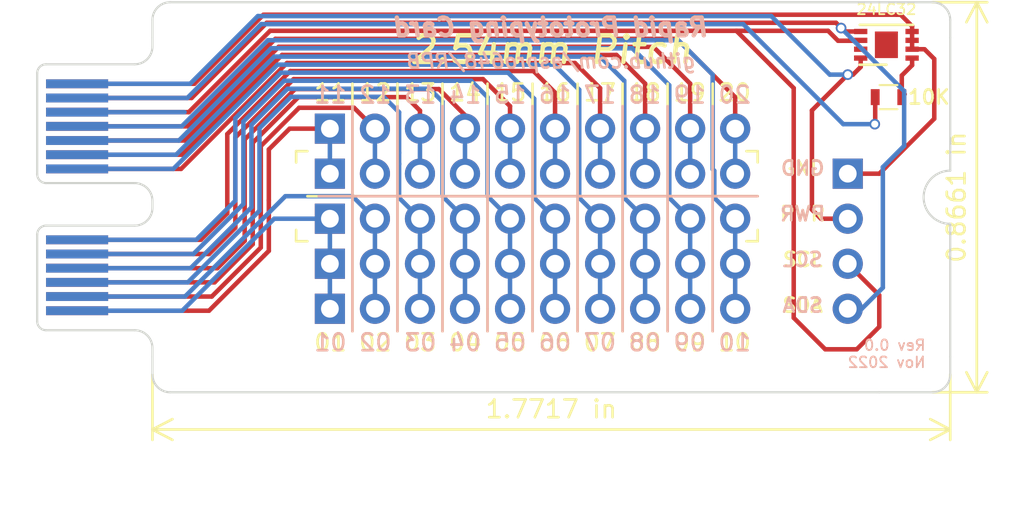
<source format=kicad_pcb>
(kicad_pcb (version 20171130) (host pcbnew "(5.1.10)-1")

  (general
    (thickness 1.6)
    (drawings 50)
    (tracks 239)
    (zones 0)
    (modules 9)
    (nets 27)
  )

  (page A)
  (title_block
    (title "Beetje 32U4 Blok")
    (date 2018-08-10)
    (rev 0.0)
    (company www.MakersBox.us)
    (comment 1 648.ken@gmail.com)
  )

  (layers
    (0 F.Cu signal)
    (31 B.Cu signal)
    (32 B.Adhes user)
    (33 F.Adhes user)
    (34 B.Paste user)
    (35 F.Paste user)
    (36 B.SilkS user)
    (37 F.SilkS user)
    (38 B.Mask user)
    (39 F.Mask user)
    (40 Dwgs.User user)
    (41 Cmts.User user)
    (42 Eco1.User user)
    (43 Eco2.User user)
    (44 Edge.Cuts user)
    (45 Margin user)
    (46 B.CrtYd user hide)
    (47 F.CrtYd user)
    (48 B.Fab user hide)
    (49 F.Fab user)
  )

  (setup
    (last_trace_width 0.254)
    (user_trace_width 0.3048)
    (user_trace_width 0.3556)
    (user_trace_width 0.4064)
    (user_trace_width 0.6096)
    (trace_clearance 0.2)
    (zone_clearance 0.35)
    (zone_45_only no)
    (trace_min 0.2)
    (via_size 0.6)
    (via_drill 0.4)
    (via_min_size 0.4)
    (via_min_drill 0.3)
    (uvia_size 0.3)
    (uvia_drill 0.1)
    (uvias_allowed no)
    (uvia_min_size 0.2)
    (uvia_min_drill 0.1)
    (edge_width 0.15)
    (segment_width 0.2)
    (pcb_text_width 0.3)
    (pcb_text_size 1.5 1.5)
    (mod_edge_width 0.15)
    (mod_text_size 1 1)
    (mod_text_width 0.15)
    (pad_size 0.5 3.500001)
    (pad_drill 0)
    (pad_to_mask_clearance 0)
    (aux_axis_origin 0 0)
    (visible_elements 7FFFFFFF)
    (pcbplotparams
      (layerselection 0x010f0_80000001)
      (usegerberextensions false)
      (usegerberattributes true)
      (usegerberadvancedattributes true)
      (creategerberjobfile true)
      (excludeedgelayer true)
      (linewidth 0.100000)
      (plotframeref false)
      (viasonmask false)
      (mode 1)
      (useauxorigin false)
      (hpglpennumber 1)
      (hpglpenspeed 20)
      (hpglpendiameter 15.000000)
      (psnegative false)
      (psa4output false)
      (plotreference true)
      (plotvalue true)
      (plotinvisibletext false)
      (padsonsilk false)
      (subtractmaskfromsilk false)
      (outputformat 1)
      (mirror false)
      (drillshape 0)
      (scaleselection 1)
      (outputdirectory "gerbers/"))
  )

  (net 0 "")
  (net 1 /10)
  (net 2 /01)
  (net 3 /02)
  (net 4 /04)
  (net 5 /05)
  (net 6 /06)
  (net 7 /07)
  (net 8 /08)
  (net 9 /09)
  (net 10 /11)
  (net 11 /12)
  (net 12 /13)
  (net 13 /14)
  (net 14 /15)
  (net 15 /16)
  (net 16 /17)
  (net 17 /18)
  (net 18 /19)
  (net 19 /20)
  (net 20 /03)
  (net 21 /D2_SDA)
  (net 22 GND)
  (net 23 /D3_SCL)
  (net 24 +5V)
  (net 25 "Net-(R1-Pad1)")
  (net 26 /A)

  (net_class Default "This is the default net class."
    (clearance 0.2)
    (trace_width 0.254)
    (via_dia 0.6)
    (via_drill 0.4)
    (uvia_dia 0.3)
    (uvia_drill 0.1)
    (add_net +5V)
    (add_net /01)
    (add_net /02)
    (add_net /03)
    (add_net /04)
    (add_net /05)
    (add_net /06)
    (add_net /07)
    (add_net /08)
    (add_net /09)
    (add_net /10)
    (add_net /11)
    (add_net /12)
    (add_net /13)
    (add_net /14)
    (add_net /15)
    (add_net /16)
    (add_net /17)
    (add_net /18)
    (add_net /19)
    (add_net /20)
    (add_net /A)
    (add_net /D2_SDA)
    (add_net /D3_SCL)
    (add_net GND)
    (add_net "Net-(R1-Pad1)")
  )

  (module footprints:DFN-8-1EP_3x2mm (layer F.Cu) (tedit 638826C0) (tstamp 63886168)
    (at 47.9 -18.7 180)
    (descr "8-Lead Plastic Dual Flat, No Lead Package (8MA2) - 2x3x0.6 mm Body [UDFN] (see Atmel-8815-SEEPROM-AT24CS01-02-Datasheet.pdf)")
    (tags "DFN 0.5")
    (path /63E7C52F)
    (attr smd)
    (fp_text reference U1 (at 0 -2.55 180) (layer F.SilkS) hide
      (effects (font (size 1 1) (thickness 0.15)))
    )
    (fp_text value 24LC32 (at 0 2 180) (layer F.SilkS)
      (effects (font (size 0.6 0.6) (thickness 0.1)))
    )
    (fp_line (start 0 -1.125) (end 1.5 -1.125) (layer F.SilkS) (width 0.15))
    (fp_line (start -1.5 1.125) (end 1.5 1.125) (layer F.SilkS) (width 0.15))
    (fp_line (start -2.1 1.3) (end 2.1 1.3) (layer F.CrtYd) (width 0.05))
    (fp_line (start -2.1 -1.3) (end 2.1 -1.3) (layer F.CrtYd) (width 0.05))
    (fp_line (start 2.1 -1.3) (end 2.1 1.3) (layer F.CrtYd) (width 0.05))
    (fp_line (start -2.1 -1.3) (end -2.1 1.3) (layer F.CrtYd) (width 0.05))
    (fp_line (start -1.5 0) (end -0.5 -1) (layer F.Fab) (width 0.15))
    (fp_line (start -1.5 1) (end -1.5 0) (layer F.Fab) (width 0.15))
    (fp_line (start 1.5 1) (end -1.5 1) (layer F.Fab) (width 0.15))
    (fp_line (start 1.5 -1) (end 1.5 1) (layer F.Fab) (width 0.15))
    (fp_line (start -0.5 -1) (end 1.5 -1) (layer F.Fab) (width 0.15))
    (fp_text user %R (at 0 0 270) (layer F.Fab)
      (effects (font (size 0.5 0.5) (thickness 0.075)))
    )
    (pad "" smd rect (at 0.325 0.375 180) (size 0.5 0.6) (layers F.Paste))
    (pad "" smd rect (at 0.325 -0.375 180) (size 0.5 0.6) (layers F.Paste))
    (pad "" smd rect (at -0.325 0.375 180) (size 0.5 0.6) (layers F.Paste))
    (pad "" smd rect (at -0.325 -0.375 180) (size 0.5 0.6) (layers F.Paste))
    (pad 9 smd rect (at 0 0 180) (size 1.3 1.5) (layers F.Cu F.Mask))
    (pad 8 smd rect (at 1.45 -0.75 180) (size 0.75 0.3) (layers F.Cu F.Paste F.Mask)
      (net 24 +5V))
    (pad 7 smd rect (at 1.45 -0.25 180) (size 0.75 0.3) (layers F.Cu F.Paste F.Mask))
    (pad 6 smd rect (at 1.45 0.25 180) (size 0.75 0.3) (layers F.Cu F.Paste F.Mask)
      (net 23 /D3_SCL))
    (pad 5 smd rect (at 1.45 0.75 180) (size 0.75 0.3) (layers F.Cu F.Paste F.Mask)
      (net 21 /D2_SDA))
    (pad 4 smd rect (at -1.45 0.75 180) (size 0.75 0.3) (layers F.Cu F.Paste F.Mask)
      (net 22 GND))
    (pad 3 smd rect (at -1.45 0.25 180) (size 0.75 0.3) (layers F.Cu F.Paste F.Mask)
      (net 22 GND))
    (pad 2 smd rect (at -1.45 -0.25 180) (size 0.75 0.3) (layers F.Cu F.Paste F.Mask)
      (net 22 GND))
    (pad 1 smd rect (at -1.45 -0.75 180) (size 0.75 0.3) (layers F.Cu F.Paste F.Mask)
      (net 25 "Net-(R1-Pad1)"))
    (model ${KISYS3DMOD}/Package_DFN_QFN.3dshapes/DFN-8-1EP_3x2mm_P0.5mm_EP1.3x1.5mm.wrl
      (at (xyz 0 0 0))
      (scale (xyz 1 1 1))
      (rotate (xyz 0 0 0))
    )
  )

  (module footprints:MEC8-113-CARD_2 locked (layer F.Cu) (tedit 637EA67F) (tstamp 637F23C1)
    (at 0 -0.1 90)
    (path /63771AB0)
    (fp_text reference X0 (at 4.375 -1.25 90) (layer F.Fab)
      (effects (font (size 1 1) (thickness 0.15)))
    )
    (fp_text value "Card Edge" (at 10.9 -1 90) (layer F.Fab)
      (effects (font (size 1 1) (thickness 0.15)))
    )
    (fp_line (start -1 47.5) (end -1 7.5) (layer Edge.Cuts) (width 0.12))
    (fp_line (start 21 7.5) (end 21 47.5) (layer Edge.Cuts) (width 0.12))
    (fp_line (start 11.5 51.5) (end 19 51.5) (layer Edge.Cuts) (width 0.12))
    (fp_line (start 8.5 51.5) (end 1 51.5) (layer Edge.Cuts) (width 0.12))
    (fp_line (start 10 11.5) (end 10 48.5) (layer Dwgs.User) (width 0.12))
    (fp_line (start 1 6.5) (end 1.5 6.5) (layer Edge.Cuts) (width 0.12))
    (fp_line (start 18.5 6.5) (end 19 6.5) (layer Edge.Cuts) (width 0.12))
    (fp_line (start 17.5 0.5) (end 17.5 5.5) (layer Edge.Cuts) (width 0.12))
    (fp_line (start 2.5 0.5) (end 2.5 5.5) (layer Edge.Cuts) (width 0.12))
    (fp_line (start 8.4 0.5) (end 8.4 5.5) (layer Edge.Cuts) (width 0.12))
    (fp_line (start 10.8 5.5) (end 10.8 0.5) (layer Edge.Cuts) (width 0.12))
    (fp_line (start 9.4 6.5) (end 9.8 6.5) (layer Edge.Cuts) (width 0.12))
    (fp_line (start 3 0) (end 7.9 0) (layer Edge.Cuts) (width 0.12))
    (fp_line (start 17 0) (end 11.3 0) (layer Edge.Cuts) (width 0.12))
    (fp_line (start 0 6.5) (end 1 6.5) (layer Edge.Cuts) (width 0.12))
    (fp_line (start 19 6.5) (end 20 6.5) (layer Edge.Cuts) (width 0.12))
    (fp_line (start -1 50.5) (end -1 47.5) (layer Edge.Cuts) (width 0.12))
    (fp_line (start 0 51.5) (end 1 51.5) (layer Edge.Cuts) (width 0.12))
    (fp_line (start 19 51.5) (end 20 51.5) (layer Edge.Cuts) (width 0.12))
    (fp_line (start 21 50.5) (end 21 47.5) (layer Edge.Cuts) (width 0.12))
    (fp_arc (start 10 51.5) (end 11.5 51.5) (angle -180) (layer Edge.Cuts) (width 0.12))
    (fp_arc (start 20 50.5) (end 20 51.5) (angle -90) (layer Edge.Cuts) (width 0.12))
    (fp_arc (start 0 50.5) (end -1 50.5) (angle -90) (layer Edge.Cuts) (width 0.12))
    (fp_arc (start 0 7.5) (end 0 6.5) (angle -90) (layer Edge.Cuts) (width 0.12))
    (fp_arc (start 20 7.5) (end 21 7.5) (angle -90) (layer Edge.Cuts) (width 0.12))
    (fp_arc (start 18.5 5.5) (end 17.5 5.5) (angle -90) (layer Edge.Cuts) (width 0.12))
    (fp_arc (start 1.5 5.5) (end 1.5 6.5) (angle -90) (layer Edge.Cuts) (width 0.12))
    (fp_arc (start 9.4 5.5) (end 8.4 5.5) (angle -90) (layer Edge.Cuts) (width 0.12))
    (fp_arc (start 9.8 5.5) (end 9.8 6.5) (angle -90) (layer Edge.Cuts) (width 0.12))
    (fp_arc (start 7.9 0.5) (end 8.4 0.5) (angle -90) (layer Edge.Cuts) (width 0.12))
    (fp_arc (start 11.3 0.5) (end 11.3 0) (angle -90) (layer Edge.Cuts) (width 0.12))
    (fp_arc (start 17 0.5) (end 17.5 0.5) (angle -90) (layer Edge.Cuts) (width 0.12))
    (fp_arc (start 3 0.5) (end 3 0) (angle -90) (layer Edge.Cuts) (width 0.12))
    (fp_arc (start 10 51.5) (end 13.5 51.5) (angle -180) (layer Dwgs.User) (width 0.12))
    (pad 14 smd rect (at 3.6 2.25 90) (size 0.5 3.5) (layers F.Cu F.Paste F.Mask)
      (net 10 /11))
    (pad 1 smd rect (at 3.6 2.25 90) (size 0.5 3.5) (layers B.Cu B.Paste B.Mask)
      (net 2 /01))
    (pad 15 smd rect (at 4.4 2.25 90) (size 0.5 3.5) (layers F.Cu F.Paste F.Mask)
      (net 11 /12))
    (pad 2 smd rect (at 4.4 2.25 90) (size 0.5 3.5) (layers B.Cu B.Paste B.Mask)
      (net 3 /02))
    (pad 16 smd rect (at 5.2 2.25 90) (size 0.5 3.5) (layers F.Cu F.Paste F.Mask)
      (net 12 /13))
    (pad 3 smd rect (at 5.2 2.25 90) (size 0.5 3.5) (layers B.Cu B.Paste B.Mask)
      (net 20 /03))
    (pad 17 smd rect (at 6 2.25 90) (size 0.5 3.5) (layers F.Cu F.Paste F.Mask)
      (net 13 /14))
    (pad 4 smd rect (at 6 2.25 90) (size 0.5 3.5) (layers B.Cu B.Paste B.Mask)
      (net 4 /04))
    (pad 18 smd rect (at 6.8 2.25 90) (size 0.5 3.5) (layers F.Cu F.Paste F.Mask)
      (net 14 /15))
    (pad 5 smd rect (at 6.8 2.25 90) (size 0.5 3.5) (layers B.Cu B.Paste B.Mask)
      (net 5 /05))
    (pad 19 smd rect (at 7.6 2.25 90) (size 0.5 3.5) (layers F.Cu F.Paste F.Mask)
      (net 15 /16))
    (pad 6 smd rect (at 7.6 2.25 90) (size 0.5 3.5) (layers B.Cu B.Paste B.Mask)
      (net 6 /06))
    (pad 20 smd rect (at 11.6 2.25 90) (size 0.5 3.5) (layers F.Cu F.Paste F.Mask)
      (net 16 /17))
    (pad 7 smd rect (at 11.6 2.25 90) (size 0.5 3.5) (layers B.Cu B.Paste B.Mask)
      (net 7 /07))
    (pad 21 smd rect (at 12.4 2.25 90) (size 0.5 3.5) (layers F.Cu F.Paste F.Mask)
      (net 17 /18))
    (pad 8 smd rect (at 12.4 2.25 90) (size 0.5 3.5) (layers B.Cu B.Paste B.Mask)
      (net 8 /08))
    (pad 22 smd rect (at 13.2 2.25 90) (size 0.5 3.5) (layers F.Cu F.Paste F.Mask)
      (net 18 /19))
    (pad 9 smd rect (at 13.2 2.25 90) (size 0.5 3.5) (layers B.Cu B.Paste B.Mask)
      (net 9 /09))
    (pad 23 smd rect (at 14 2.25 90) (size 0.5 3.5) (layers F.Cu F.Paste F.Mask)
      (net 19 /20))
    (pad 10 smd rect (at 14 2.25 90) (size 0.5 3.5) (layers B.Cu B.Paste B.Mask)
      (net 1 /10))
    (pad 24 smd rect (at 14.8 2.25 90) (size 0.5 3.5) (layers F.Cu F.Paste F.Mask)
      (net 23 /D3_SCL))
    (pad 11 smd rect (at 14.8 2.25 90) (size 0.5 3.5) (layers B.Cu B.Paste B.Mask))
    (pad 25 smd rect (at 15.6 2.25 90) (size 0.5 3.5) (layers F.Cu F.Paste F.Mask)
      (net 21 /D2_SDA))
    (pad 12 smd rect (at 15.6 2.25 90) (size 0.5 3.5) (layers B.Cu B.Paste B.Mask)
      (net 26 /A))
    (pad 26 smd rect (at 16.4 2.25 90) (size 0.5 3.5) (layers F.Cu F.Paste F.Mask)
      (net 22 GND))
    (pad 13 smd rect (at 16.4 2.25 90) (size 0.5 3.5) (layers B.Cu B.Paste B.Mask)
      (net 24 +5V))
  )

  (module Connector_PinHeader_2.54mm:PinHeader_1x04_P2.54mm_Vertical (layer F.Cu) (tedit 63801DD5) (tstamp 63801BBF)
    (at 45.72 -11.43)
    (descr "Through hole straight pin header, 1x04, 2.54mm pitch, single row")
    (tags "Through hole pin header THT 1x04 2.54mm single row")
    (path /6387A405)
    (fp_text reference J1 (at 0 -2.33) (layer F.Fab)
      (effects (font (size 1 1) (thickness 0.15)))
    )
    (fp_text value Conn_01x04 (at 0 9.95) (layer F.Fab)
      (effects (font (size 1 1) (thickness 0.15)))
    )
    (fp_line (start 1.8 -1.8) (end -1.8 -1.8) (layer F.CrtYd) (width 0.05))
    (fp_line (start 1.8 9.4) (end 1.8 -1.8) (layer F.CrtYd) (width 0.05))
    (fp_line (start -1.8 9.4) (end 1.8 9.4) (layer F.CrtYd) (width 0.05))
    (fp_line (start -1.8 -1.8) (end -1.8 9.4) (layer F.CrtYd) (width 0.05))
    (fp_line (start -1.27 -0.635) (end -0.635 -1.27) (layer F.Fab) (width 0.1))
    (fp_line (start -1.27 8.89) (end -1.27 -0.635) (layer F.Fab) (width 0.1))
    (fp_line (start 1.27 8.89) (end -1.27 8.89) (layer F.Fab) (width 0.1))
    (fp_line (start 1.27 -1.27) (end 1.27 8.89) (layer F.Fab) (width 0.1))
    (fp_line (start -0.635 -1.27) (end 1.27 -1.27) (layer F.Fab) (width 0.1))
    (fp_text user %R (at 0 3.81 90) (layer F.Fab)
      (effects (font (size 1 1) (thickness 0.15)))
    )
    (pad 1 thru_hole rect (at 0 0) (size 1.7 1.7) (drill 1) (layers *.Cu *.Mask)
      (net 22 GND))
    (pad 2 thru_hole oval (at 0 2.54) (size 1.7 1.7) (drill 1) (layers *.Cu *.Mask)
      (net 24 +5V))
    (pad 3 thru_hole oval (at 0 5.08) (size 1.7 1.7) (drill 1) (layers *.Cu *.Mask)
      (net 23 /D3_SCL))
    (pad 4 thru_hole oval (at 0 7.62) (size 1.7 1.7) (drill 1) (layers *.Cu *.Mask)
      (net 21 /D2_SDA))
    (model ${KISYS3DMOD}/Connector_PinHeader_2.54mm.3dshapes/PinHeader_1x04_P2.54mm_Vertical.wrl
      (at (xyz 0 0 0))
      (scale (xyz 1 1 1))
      (rotate (xyz 0 0 0))
    )
  )

  (module footprints:PinHeader_1x10_P2.54mm_Vertical (layer F.Cu) (tedit 637F0F76) (tstamp 637F5354)
    (at 16.51 -3.81 90)
    (descr "Through hole straight pin header, 1x10, 2.54mm pitch, single row")
    (tags "Through hole pin header THT 1x10 2.54mm single row")
    (path /6386DEAD)
    (fp_text reference J6 (at 0 -2.33 90) (layer F.SilkS) hide
      (effects (font (size 1 1) (thickness 0.15)))
    )
    (fp_text value Conn_01x10 (at 0 25.19 90) (layer F.Fab)
      (effects (font (size 1 1) (thickness 0.15)))
    )
    (fp_line (start 1.8 -1.8) (end -1.8 -1.8) (layer F.CrtYd) (width 0.05))
    (fp_line (start 1.8 24.65) (end 1.8 -1.8) (layer F.CrtYd) (width 0.05))
    (fp_line (start -1.8 24.65) (end 1.8 24.65) (layer F.CrtYd) (width 0.05))
    (fp_line (start -1.8 -1.8) (end -1.8 24.65) (layer F.CrtYd) (width 0.05))
    (fp_line (start -1.27 -0.635) (end -0.635 -1.27) (layer F.Fab) (width 0.1))
    (fp_line (start -1.27 24.13) (end -1.27 -0.635) (layer F.Fab) (width 0.1))
    (fp_line (start 1.27 24.13) (end -1.27 24.13) (layer F.Fab) (width 0.1))
    (fp_line (start 1.27 -1.27) (end 1.27 24.13) (layer F.Fab) (width 0.1))
    (fp_line (start -0.635 -1.27) (end 1.27 -1.27) (layer F.Fab) (width 0.1))
    (fp_text user %R (at 0 11.43 180) (layer F.Fab)
      (effects (font (size 1 1) (thickness 0.15)))
    )
    (pad 1 thru_hole rect (at 0 0 90) (size 1.7 1.7) (drill 1) (layers *.Cu *.Mask)
      (net 2 /01))
    (pad 2 thru_hole oval (at 0 2.54 90) (size 1.7 1.7) (drill 1) (layers *.Cu *.Mask)
      (net 3 /02))
    (pad 3 thru_hole oval (at 0 5.08 90) (size 1.7 1.7) (drill 1) (layers *.Cu *.Mask)
      (net 20 /03))
    (pad 4 thru_hole oval (at 0 7.62 90) (size 1.7 1.7) (drill 1) (layers *.Cu *.Mask)
      (net 4 /04))
    (pad 5 thru_hole oval (at 0 10.16 90) (size 1.7 1.7) (drill 1) (layers *.Cu *.Mask)
      (net 5 /05))
    (pad 6 thru_hole oval (at 0 12.7 90) (size 1.7 1.7) (drill 1) (layers *.Cu *.Mask)
      (net 6 /06))
    (pad 7 thru_hole oval (at 0 15.24 90) (size 1.7 1.7) (drill 1) (layers *.Cu *.Mask)
      (net 7 /07))
    (pad 8 thru_hole oval (at 0 17.78 90) (size 1.7 1.7) (drill 1) (layers *.Cu *.Mask)
      (net 8 /08))
    (pad 9 thru_hole oval (at 0 20.32 90) (size 1.7 1.7) (drill 1) (layers *.Cu *.Mask)
      (net 9 /09))
    (pad 10 thru_hole oval (at 0 22.86 90) (size 1.7 1.7) (drill 1) (layers *.Cu *.Mask)
      (net 1 /10))
    (model ${KISYS3DMOD}/Connector_PinHeader_2.54mm.3dshapes/PinHeader_1x10_P2.54mm_Vertical.wrl
      (at (xyz 0 0 0))
      (scale (xyz 1 1 1))
      (rotate (xyz 0 0 0))
    )
  )

  (module footprints:PinHeader_1x10_P2.54mm_Vertical (layer F.Cu) (tedit 637F0F76) (tstamp 637F3587)
    (at 16.51 -6.35 90)
    (descr "Through hole straight pin header, 1x10, 2.54mm pitch, single row")
    (tags "Through hole pin header THT 1x10 2.54mm single row")
    (path /63828BB9)
    (fp_text reference J2 (at 0 -2.33 90) (layer F.SilkS) hide
      (effects (font (size 1 1) (thickness 0.15)))
    )
    (fp_text value Conn_01x10 (at 0 25.19 90) (layer F.Fab)
      (effects (font (size 1 1) (thickness 0.15)))
    )
    (fp_line (start -0.635 -1.27) (end 1.27 -1.27) (layer F.Fab) (width 0.1))
    (fp_line (start 1.27 -1.27) (end 1.27 24.13) (layer F.Fab) (width 0.1))
    (fp_line (start 1.27 24.13) (end -1.27 24.13) (layer F.Fab) (width 0.1))
    (fp_line (start -1.27 24.13) (end -1.27 -0.635) (layer F.Fab) (width 0.1))
    (fp_line (start -1.27 -0.635) (end -0.635 -1.27) (layer F.Fab) (width 0.1))
    (fp_line (start -1.8 -1.8) (end -1.8 24.65) (layer F.CrtYd) (width 0.05))
    (fp_line (start -1.8 24.65) (end 1.8 24.65) (layer F.CrtYd) (width 0.05))
    (fp_line (start 1.8 24.65) (end 1.8 -1.8) (layer F.CrtYd) (width 0.05))
    (fp_line (start 1.8 -1.8) (end -1.8 -1.8) (layer F.CrtYd) (width 0.05))
    (fp_text user %R (at 0 11.43 180) (layer F.Fab)
      (effects (font (size 1 1) (thickness 0.15)))
    )
    (pad 10 thru_hole oval (at 0 22.86 90) (size 1.7 1.7) (drill 1) (layers *.Cu *.Mask)
      (net 1 /10))
    (pad 9 thru_hole oval (at 0 20.32 90) (size 1.7 1.7) (drill 1) (layers *.Cu *.Mask)
      (net 9 /09))
    (pad 8 thru_hole oval (at 0 17.78 90) (size 1.7 1.7) (drill 1) (layers *.Cu *.Mask)
      (net 8 /08))
    (pad 7 thru_hole oval (at 0 15.24 90) (size 1.7 1.7) (drill 1) (layers *.Cu *.Mask)
      (net 7 /07))
    (pad 6 thru_hole oval (at 0 12.7 90) (size 1.7 1.7) (drill 1) (layers *.Cu *.Mask)
      (net 6 /06))
    (pad 5 thru_hole oval (at 0 10.16 90) (size 1.7 1.7) (drill 1) (layers *.Cu *.Mask)
      (net 5 /05))
    (pad 4 thru_hole oval (at 0 7.62 90) (size 1.7 1.7) (drill 1) (layers *.Cu *.Mask)
      (net 4 /04))
    (pad 3 thru_hole oval (at 0 5.08 90) (size 1.7 1.7) (drill 1) (layers *.Cu *.Mask)
      (net 20 /03))
    (pad 2 thru_hole oval (at 0 2.54 90) (size 1.7 1.7) (drill 1) (layers *.Cu *.Mask)
      (net 3 /02))
    (pad 1 thru_hole rect (at 0 0 90) (size 1.7 1.7) (drill 1) (layers *.Cu *.Mask)
      (net 2 /01))
    (model ${KISYS3DMOD}/Connector_PinHeader_2.54mm.3dshapes/PinHeader_1x10_P2.54mm_Vertical.wrl
      (at (xyz 0 0 0))
      (scale (xyz 1 1 1))
      (rotate (xyz 0 0 0))
    )
  )

  (module footprints:PinHeader_1x10_P2.54mm_Vertical (layer F.Cu) (tedit 637F0F76) (tstamp 637F31FF)
    (at 16.51 -11.43 90)
    (descr "Through hole straight pin header, 1x10, 2.54mm pitch, single row")
    (tags "Through hole pin header THT 1x10 2.54mm single row")
    (path /6382AC72)
    (fp_text reference J3 (at 0 -2.33 90) (layer F.SilkS) hide
      (effects (font (size 1 1) (thickness 0.15)))
    )
    (fp_text value Conn_01x10 (at 0 25.19 90) (layer F.Fab)
      (effects (font (size 1 1) (thickness 0.15)))
    )
    (fp_line (start -0.635 -1.27) (end 1.27 -1.27) (layer F.Fab) (width 0.1))
    (fp_line (start 1.27 -1.27) (end 1.27 24.13) (layer F.Fab) (width 0.1))
    (fp_line (start 1.27 24.13) (end -1.27 24.13) (layer F.Fab) (width 0.1))
    (fp_line (start -1.27 24.13) (end -1.27 -0.635) (layer F.Fab) (width 0.1))
    (fp_line (start -1.27 -0.635) (end -0.635 -1.27) (layer F.Fab) (width 0.1))
    (fp_line (start -1.8 -1.8) (end -1.8 24.65) (layer F.CrtYd) (width 0.05))
    (fp_line (start -1.8 24.65) (end 1.8 24.65) (layer F.CrtYd) (width 0.05))
    (fp_line (start 1.8 24.65) (end 1.8 -1.8) (layer F.CrtYd) (width 0.05))
    (fp_line (start 1.8 -1.8) (end -1.8 -1.8) (layer F.CrtYd) (width 0.05))
    (fp_text user %R (at 0 11.43 180) (layer F.Fab)
      (effects (font (size 1 1) (thickness 0.15)))
    )
    (pad 10 thru_hole oval (at 0 22.86 90) (size 1.7 1.7) (drill 1) (layers *.Cu *.Mask)
      (net 19 /20))
    (pad 9 thru_hole oval (at 0 20.32 90) (size 1.7 1.7) (drill 1) (layers *.Cu *.Mask)
      (net 18 /19))
    (pad 8 thru_hole oval (at 0 17.78 90) (size 1.7 1.7) (drill 1) (layers *.Cu *.Mask)
      (net 17 /18))
    (pad 7 thru_hole oval (at 0 15.24 90) (size 1.7 1.7) (drill 1) (layers *.Cu *.Mask)
      (net 16 /17))
    (pad 6 thru_hole oval (at 0 12.7 90) (size 1.7 1.7) (drill 1) (layers *.Cu *.Mask)
      (net 15 /16))
    (pad 5 thru_hole oval (at 0 10.16 90) (size 1.7 1.7) (drill 1) (layers *.Cu *.Mask)
      (net 14 /15))
    (pad 4 thru_hole oval (at 0 7.62 90) (size 1.7 1.7) (drill 1) (layers *.Cu *.Mask)
      (net 13 /14))
    (pad 3 thru_hole oval (at 0 5.08 90) (size 1.7 1.7) (drill 1) (layers *.Cu *.Mask)
      (net 12 /13))
    (pad 2 thru_hole oval (at 0 2.54 90) (size 1.7 1.7) (drill 1) (layers *.Cu *.Mask)
      (net 11 /12))
    (pad 1 thru_hole rect (at 0 0 90) (size 1.7 1.7) (drill 1) (layers *.Cu *.Mask)
      (net 10 /11))
    (model ${KISYS3DMOD}/Connector_PinHeader_2.54mm.3dshapes/PinHeader_1x10_P2.54mm_Vertical.wrl
      (at (xyz 0 0 0))
      (scale (xyz 1 1 1))
      (rotate (xyz 0 0 0))
    )
  )

  (module footprints:PinHeader_1x10_P2.54mm_Vertical (layer F.Cu) (tedit 637F0F76) (tstamp 637F321D)
    (at 16.51 -8.89 90)
    (descr "Through hole straight pin header, 1x10, 2.54mm pitch, single row")
    (tags "Through hole pin header THT 1x10 2.54mm single row")
    (path /6382A1AF)
    (fp_text reference J4 (at 0 -2.33 90) (layer F.SilkS) hide
      (effects (font (size 1 1) (thickness 0.15)))
    )
    (fp_text value Conn_01x10 (at 0 25.19 90) (layer F.Fab)
      (effects (font (size 1 1) (thickness 0.15)))
    )
    (fp_line (start -0.635 -1.27) (end 1.27 -1.27) (layer F.Fab) (width 0.1))
    (fp_line (start 1.27 -1.27) (end 1.27 24.13) (layer F.Fab) (width 0.1))
    (fp_line (start 1.27 24.13) (end -1.27 24.13) (layer F.Fab) (width 0.1))
    (fp_line (start -1.27 24.13) (end -1.27 -0.635) (layer F.Fab) (width 0.1))
    (fp_line (start -1.27 -0.635) (end -0.635 -1.27) (layer F.Fab) (width 0.1))
    (fp_line (start -1.8 -1.8) (end -1.8 24.65) (layer F.CrtYd) (width 0.05))
    (fp_line (start -1.8 24.65) (end 1.8 24.65) (layer F.CrtYd) (width 0.05))
    (fp_line (start 1.8 24.65) (end 1.8 -1.8) (layer F.CrtYd) (width 0.05))
    (fp_line (start 1.8 -1.8) (end -1.8 -1.8) (layer F.CrtYd) (width 0.05))
    (fp_text user %R (at 0 11.43 180) (layer F.Fab)
      (effects (font (size 1 1) (thickness 0.15)))
    )
    (pad 10 thru_hole oval (at 0 22.86 90) (size 1.7 1.7) (drill 1) (layers *.Cu *.Mask)
      (net 1 /10))
    (pad 9 thru_hole oval (at 0 20.32 90) (size 1.7 1.7) (drill 1) (layers *.Cu *.Mask)
      (net 9 /09))
    (pad 8 thru_hole oval (at 0 17.78 90) (size 1.7 1.7) (drill 1) (layers *.Cu *.Mask)
      (net 8 /08))
    (pad 7 thru_hole oval (at 0 15.24 90) (size 1.7 1.7) (drill 1) (layers *.Cu *.Mask)
      (net 7 /07))
    (pad 6 thru_hole oval (at 0 12.7 90) (size 1.7 1.7) (drill 1) (layers *.Cu *.Mask)
      (net 6 /06))
    (pad 5 thru_hole oval (at 0 10.16 90) (size 1.7 1.7) (drill 1) (layers *.Cu *.Mask)
      (net 5 /05))
    (pad 4 thru_hole oval (at 0 7.62 90) (size 1.7 1.7) (drill 1) (layers *.Cu *.Mask)
      (net 4 /04))
    (pad 3 thru_hole oval (at 0 5.08 90) (size 1.7 1.7) (drill 1) (layers *.Cu *.Mask)
      (net 20 /03))
    (pad 2 thru_hole oval (at 0 2.54 90) (size 1.7 1.7) (drill 1) (layers *.Cu *.Mask)
      (net 3 /02))
    (pad 1 thru_hole rect (at 0 0 90) (size 1.7 1.7) (drill 1) (layers *.Cu *.Mask)
      (net 2 /01))
    (model ${KISYS3DMOD}/Connector_PinHeader_2.54mm.3dshapes/PinHeader_1x10_P2.54mm_Vertical.wrl
      (at (xyz 0 0 0))
      (scale (xyz 1 1 1))
      (rotate (xyz 0 0 0))
    )
  )

  (module footprints:PinHeader_1x10_P2.54mm_Vertical (layer F.Cu) (tedit 637F0F76) (tstamp 637F323B)
    (at 16.51 -13.97 90)
    (descr "Through hole straight pin header, 1x10, 2.54mm pitch, single row")
    (tags "Through hole pin header THT 1x10 2.54mm single row")
    (path /63831BDF)
    (fp_text reference J5 (at 0 -2.33 90) (layer F.SilkS) hide
      (effects (font (size 1 1) (thickness 0.15)))
    )
    (fp_text value Conn_01x10 (at 0 25.19 90) (layer F.Fab)
      (effects (font (size 1 1) (thickness 0.15)))
    )
    (fp_line (start -0.635 -1.27) (end 1.27 -1.27) (layer F.Fab) (width 0.1))
    (fp_line (start 1.27 -1.27) (end 1.27 24.13) (layer F.Fab) (width 0.1))
    (fp_line (start 1.27 24.13) (end -1.27 24.13) (layer F.Fab) (width 0.1))
    (fp_line (start -1.27 24.13) (end -1.27 -0.635) (layer F.Fab) (width 0.1))
    (fp_line (start -1.27 -0.635) (end -0.635 -1.27) (layer F.Fab) (width 0.1))
    (fp_line (start -1.8 -1.8) (end -1.8 24.65) (layer F.CrtYd) (width 0.05))
    (fp_line (start -1.8 24.65) (end 1.8 24.65) (layer F.CrtYd) (width 0.05))
    (fp_line (start 1.8 24.65) (end 1.8 -1.8) (layer F.CrtYd) (width 0.05))
    (fp_line (start 1.8 -1.8) (end -1.8 -1.8) (layer F.CrtYd) (width 0.05))
    (fp_text user %R (at 0 11.43 180) (layer F.Fab)
      (effects (font (size 1 1) (thickness 0.15)))
    )
    (pad 10 thru_hole oval (at 0 22.86 90) (size 1.7 1.7) (drill 1) (layers *.Cu *.Mask)
      (net 19 /20))
    (pad 9 thru_hole oval (at 0 20.32 90) (size 1.7 1.7) (drill 1) (layers *.Cu *.Mask)
      (net 18 /19))
    (pad 8 thru_hole oval (at 0 17.78 90) (size 1.7 1.7) (drill 1) (layers *.Cu *.Mask)
      (net 17 /18))
    (pad 7 thru_hole oval (at 0 15.24 90) (size 1.7 1.7) (drill 1) (layers *.Cu *.Mask)
      (net 16 /17))
    (pad 6 thru_hole oval (at 0 12.7 90) (size 1.7 1.7) (drill 1) (layers *.Cu *.Mask)
      (net 15 /16))
    (pad 5 thru_hole oval (at 0 10.16 90) (size 1.7 1.7) (drill 1) (layers *.Cu *.Mask)
      (net 14 /15))
    (pad 4 thru_hole oval (at 0 7.62 90) (size 1.7 1.7) (drill 1) (layers *.Cu *.Mask)
      (net 13 /14))
    (pad 3 thru_hole oval (at 0 5.08 90) (size 1.7 1.7) (drill 1) (layers *.Cu *.Mask)
      (net 12 /13))
    (pad 2 thru_hole oval (at 0 2.54 90) (size 1.7 1.7) (drill 1) (layers *.Cu *.Mask)
      (net 11 /12))
    (pad 1 thru_hole rect (at 0 0 90) (size 1.7 1.7) (drill 1) (layers *.Cu *.Mask)
      (net 10 /11))
    (model ${KISYS3DMOD}/Connector_PinHeader_2.54mm.3dshapes/PinHeader_1x10_P2.54mm_Vertical.wrl
      (at (xyz 0 0 0))
      (scale (xyz 1 1 1))
      (rotate (xyz 0 0 0))
    )
  )

  (module footprints:R_0603 (layer F.Cu) (tedit 636E7A48) (tstamp 637F4069)
    (at 48.018 -15.748 180)
    (descr "Resistor SMD 0603, reflow soldering, Vishay (see dcrcw.pdf)")
    (tags "resistor 0603")
    (path /63EABA42)
    (attr smd)
    (fp_text reference R1 (at 1.905 0 180) (layer Dwgs.User)
      (effects (font (size 1 1) (thickness 0.15)))
    )
    (fp_text value 10K (at -2.274 0 180) (layer F.SilkS)
      (effects (font (size 0.8 0.8) (thickness 0.15)))
    )
    (fp_line (start 1.25 0.7) (end -1.25 0.7) (layer F.CrtYd) (width 0.05))
    (fp_line (start 1.25 0.7) (end 1.25 -0.7) (layer F.CrtYd) (width 0.05))
    (fp_line (start -1.25 -0.7) (end -1.25 0.7) (layer F.CrtYd) (width 0.05))
    (fp_line (start -1.25 -0.7) (end 1.25 -0.7) (layer F.CrtYd) (width 0.05))
    (fp_line (start -0.5 -0.68) (end 0.5 -0.68) (layer F.SilkS) (width 0.12))
    (fp_line (start 0.5 0.68) (end -0.5 0.68) (layer F.SilkS) (width 0.12))
    (fp_line (start -0.8 -0.4) (end 0.8 -0.4) (layer F.Fab) (width 0.1))
    (fp_line (start 0.8 -0.4) (end 0.8 0.4) (layer F.Fab) (width 0.1))
    (fp_line (start 0.8 0.4) (end -0.8 0.4) (layer F.Fab) (width 0.1))
    (fp_line (start -0.8 0.4) (end -0.8 -0.4) (layer F.Fab) (width 0.1))
    (fp_text user %R (at 0 0 180) (layer F.Fab)
      (effects (font (size 0.4 0.4) (thickness 0.075)))
    )
    (pad 1 smd rect (at -0.75 0 180) (size 0.5 0.9) (layers F.Cu F.Paste F.Mask)
      (net 25 "Net-(R1-Pad1)"))
    (pad 2 smd rect (at 0.75 0 180) (size 0.5 0.9) (layers F.Cu F.Paste F.Mask)
      (net 26 /A))
    (model ${KISYS3DMOD}/Resistors_SMD.3dshapes/R_0603.wrl
      (at (xyz 0 0 0))
      (scale (xyz 1 1 1))
      (rotate (xyz 0 0 0))
    )
  )

  (gr_text "GND\n\nPWR\n\nSCL\n\nSDA" (at 43.18 -7.874) (layer B.SilkS) (tstamp 6380232D)
    (effects (font (size 0.8 0.8) (thickness 0.15)) (justify mirror))
  )
  (gr_text "GND\n\nPWR\n\nSCL\n\nSDA" (at 43.18 -7.874) (layer F.SilkS)
    (effects (font (size 0.8 0.8) (thickness 0.15)))
  )
  (dimension 38 (width 0.15) (layer Dwgs.User)
    (gr_text "38.000 mm" (at 27 4.3) (layer Dwgs.User)
      (effects (font (size 1 1) (thickness 0.15)))
    )
    (feature1 (pts (xy 46 1) (xy 46 3.586421)))
    (feature2 (pts (xy 8 1) (xy 8 3.586421)))
    (crossbar (pts (xy 8 3) (xy 46 3)))
    (arrow1a (pts (xy 46 3) (xy 44.873496 3.586421)))
    (arrow1b (pts (xy 46 3) (xy 44.873496 2.413579)))
    (arrow2a (pts (xy 8 3) (xy 9.126504 3.586421)))
    (arrow2b (pts (xy 8 3) (xy 9.126504 2.413579)))
  )
  (gr_line (start 40.64 -7.62) (end 40.005 -7.62) (layer F.SilkS) (width 0.15))
  (gr_line (start 40.64 -8.255) (end 40.64 -7.62) (layer F.SilkS) (width 0.15))
  (gr_line (start 40.64 -12.7) (end 40.64 -12.065) (layer F.SilkS) (width 0.15))
  (gr_line (start 40.005 -12.7) (end 40.64 -12.7) (layer F.SilkS) (width 0.15))
  (gr_line (start 14.605 -12.7) (end 15.24 -12.7) (layer F.SilkS) (width 0.15))
  (gr_line (start 14.605 -7.62) (end 15.24 -7.62) (layer F.SilkS) (width 0.15))
  (gr_line (start 14.605 -8.255) (end 14.605 -7.62) (layer F.SilkS) (width 0.15))
  (gr_line (start 14.605 -12.7) (end 14.605 -12.065) (layer F.SilkS) (width 0.15))
  (gr_line (start 38.1 -15.24) (end 38.1 -2.54) (layer B.SilkS) (width 0.15))
  (gr_line (start 35.56 -15.24) (end 35.56 -2.54) (layer B.SilkS) (width 0.15))
  (gr_line (start 33.02 -15.24) (end 33.02 -2.54) (layer B.SilkS) (width 0.15))
  (gr_line (start 30.48 -15.24) (end 30.48 -2.54) (layer B.SilkS) (width 0.15))
  (gr_line (start 27.94 -15.24) (end 27.94 -2.54) (layer B.SilkS) (width 0.15))
  (gr_line (start 25.4 -2.54) (end 25.4 -15.24) (layer B.SilkS) (width 0.15))
  (gr_line (start 22.86 -2.54) (end 22.86 -15.24) (layer B.SilkS) (width 0.15))
  (gr_line (start 20.32 -2.54) (end 20.32 -15.24) (layer B.SilkS) (width 0.15))
  (gr_line (start 17.78 -2.54) (end 17.78 -15.24) (layer B.SilkS) (width 0.15))
  (gr_line (start 15.875 -10.16) (end 40.64 -10.16) (layer B.SilkS) (width 0.15))
  (gr_text "20 19 18 17 16 15 14 13 12 11" (at 27.94 -15.875) (layer B.SilkS)
    (effects (font (size 0.95 0.95) (thickness 0.15)) (justify mirror))
  )
  (gr_text "10 09 08 07 06 05 04 03 02 01" (at 27.94 -1.905) (layer B.SilkS)
    (effects (font (size 0.95 0.95) (thickness 0.15)) (justify mirror))
  )
  (gr_line (start 38.1 -3.81) (end 38.1 -2.54) (layer F.SilkS) (width 0.15))
  (gr_line (start 35.56 -3.81) (end 35.56 -2.54) (layer F.SilkS) (width 0.15))
  (gr_line (start 33.02 -3.81) (end 33.02 -2.54) (layer F.SilkS) (width 0.15))
  (gr_line (start 30.48 -3.81) (end 30.48 -2.54) (layer F.SilkS) (width 0.15))
  (gr_line (start 27.94 -3.81) (end 27.94 -2.54) (layer F.SilkS) (width 0.15))
  (gr_line (start 25.4 -3.81) (end 25.4 -2.54) (layer F.SilkS) (width 0.15))
  (gr_line (start 38.1 -16.51) (end 38.1 -3.81) (layer F.SilkS) (width 0.15))
  (gr_line (start 35.56 -16.51) (end 35.56 -3.81) (layer F.SilkS) (width 0.15))
  (gr_line (start 33.02 -16.51) (end 33.02 -3.81) (layer F.SilkS) (width 0.15))
  (gr_line (start 30.48 -16.51) (end 30.48 -3.81) (layer F.SilkS) (width 0.15))
  (gr_line (start 27.94 -16.51) (end 27.94 -3.81) (layer F.SilkS) (width 0.15))
  (gr_line (start 25.4 -16.51) (end 25.4 -3.81) (layer F.SilkS) (width 0.15))
  (gr_line (start 22.86 -16.51) (end 22.86 -2.54) (layer F.SilkS) (width 0.15))
  (gr_line (start 20.32 -16.51) (end 20.32 -2.54) (layer F.SilkS) (width 0.15))
  (gr_line (start 17.78 -2.54) (end 17.78 -16.51) (layer F.SilkS) (width 0.15))
  (gr_line (start 15.24 -10.16) (end 40.64 -10.16) (layer F.SilkS) (width 0.15))
  (gr_text "01 02 03 04 05 06 07 08 09 10" (at 27.94 -1.905) (layer F.SilkS)
    (effects (font (size 0.95 0.95) (thickness 0.15)))
  )
  (gr_text "11 12 13 14 15 16 17 18 19 20" (at 27.94 -16.002) (layer F.SilkS)
    (effects (font (size 0.95 0.95) (thickness 0.15)))
  )
  (gr_line (start 29 -20) (end 29 0) (layer Dwgs.User) (width 0.15))
  (dimension 22.500222 (width 0.15) (layer Dwgs.User)
    (gr_text "22.500 mm" (at 17.713112 8.249848 359.7453538) (layer Dwgs.User)
      (effects (font (size 1 1) (thickness 0.15)))
    )
    (feature1 (pts (xy 29 0) (xy 28.966283 7.586276)))
    (feature2 (pts (xy 6.5 -0.1) (xy 6.466283 7.486276)))
    (crossbar (pts (xy 6.46889 6.899861) (xy 28.96889 6.999861)))
    (arrow1a (pts (xy 28.96889 6.999861) (xy 27.839791 7.581269)))
    (arrow1b (pts (xy 28.96889 6.999861) (xy 27.845004 6.408439)))
    (arrow2a (pts (xy 6.46889 6.899861) (xy 7.592776 7.491283)))
    (arrow2b (pts (xy 6.46889 6.899861) (xy 7.597989 6.318453)))
  )
  (dimension 22 (width 0.15) (layer F.SilkS)
    (gr_text "22.000 mm" (at 54.3 -10.1 90) (layer F.SilkS)
      (effects (font (size 1 1) (thickness 0.15)))
    )
    (feature1 (pts (xy 50.5 -21.1) (xy 53.586421 -21.1)))
    (feature2 (pts (xy 50.5 0.9) (xy 53.586421 0.9)))
    (crossbar (pts (xy 53 0.9) (xy 53 -21.1)))
    (arrow1a (pts (xy 53 -21.1) (xy 53.586421 -19.973496)))
    (arrow1b (pts (xy 53 -21.1) (xy 52.413579 -19.973496)))
    (arrow2a (pts (xy 53 0.9) (xy 53.586421 -0.226504)))
    (arrow2b (pts (xy 53 0.9) (xy 52.413579 -0.226504)))
  )
  (dimension 45 (width 0.15) (layer F.SilkS)
    (gr_text "45.000 mm" (at 29 4.3) (layer F.SilkS)
      (effects (font (size 1 1) (thickness 0.15)))
    )
    (feature1 (pts (xy 51.5 -0.1) (xy 51.5 3.586421)))
    (feature2 (pts (xy 6.5 -0.1) (xy 6.5 3.586421)))
    (crossbar (pts (xy 6.5 3) (xy 51.5 3)))
    (arrow1a (pts (xy 51.5 3) (xy 50.373496 3.586421)))
    (arrow1b (pts (xy 51.5 3) (xy 50.373496 2.413579)))
    (arrow2a (pts (xy 6.5 3) (xy 7.626504 3.586421)))
    (arrow2b (pts (xy 6.5 3) (xy 7.626504 2.413579)))
  )
  (gr_text "Rev 0.0\nNov 2022" (at 50.165 -1.27) (layer B.SilkS)
    (effects (font (size 0.6 0.6) (thickness 0.1)) (justify left mirror))
  )
  (gr_text github.com/aspro648/RPB (at 29 -17.78) (layer B.SilkS)
    (effects (font (size 0.8 0.8) (thickness 0.15) italic) (justify mirror))
  )
  (gr_line (start 9.75 -19.5) (end 9.75 -0.5) (layer Dwgs.User) (width 0.1))
  (gr_text "2.54mm Pitch" (at 29 -18.415) (layer F.SilkS)
    (effects (font (size 1.5 1.5) (thickness 0.25) italic))
  )
  (gr_text "Rapid Prototyping Card" (at 29 -19.685) (layer B.SilkS)
    (effects (font (size 1 1) (thickness 0.25) italic) (justify mirror))
  )

  (segment (start 2.25 -14.9) (end 8.310132 -14.9) (width 0.254) (layer B.Cu) (net 0) (status 10))
  (segment (start 38.192999 -10.067001) (end 39.37 -8.89) (width 0.254) (layer B.Cu) (net 1) (status 20))
  (segment (start 38.192999 -11.591001) (end 38.192999 -10.067001) (width 0.254) (layer B.Cu) (net 1))
  (segment (start 38.1 -11.684) (end 38.192999 -11.591001) (width 0.254) (layer B.Cu) (net 1))
  (segment (start 38.1 -17.018) (end 38.1 -11.684) (width 0.254) (layer B.Cu) (net 1))
  (segment (start 36.16003 -18.95797) (end 38.1 -17.018) (width 0.254) (layer B.Cu) (net 1))
  (segment (start 13.010168 -18.95797) (end 36.16003 -18.95797) (width 0.254) (layer B.Cu) (net 1))
  (segment (start 39.37 -6.35) (end 39.37 -8.89) (width 0.254) (layer B.Cu) (net 1) (status 30))
  (segment (start 8.152199 -14.1) (end 2.25 -14.1) (width 0.254) (layer B.Cu) (net 1) (status 20))
  (segment (start 13.010168 -18.95797) (end 8.152199 -14.1) (width 0.254) (layer B.Cu) (net 1))
  (segment (start 39.37 -3.81) (end 39.37 -6.35) (width 0.254) (layer B.Cu) (net 1) (status 30))
  (segment (start 16.51 -6.35) (end 16.51 -8.89) (width 0.254) (layer B.Cu) (net 2) (status 30))
  (segment (start 2.25 -3.7) (end 8.180333 -3.7) (width 0.254) (layer B.Cu) (net 2) (status 10))
  (segment (start 13.370333 -8.89) (end 16.51 -8.89) (width 0.254) (layer B.Cu) (net 2) (status 20))
  (segment (start 8.180333 -3.7) (end 13.370333 -8.89) (width 0.254) (layer B.Cu) (net 2))
  (segment (start 16.51 -6.35) (end 16.51 -3.81) (width 0.254) (layer B.Cu) (net 2) (status 30))
  (segment (start 2.25 -4.5) (end 8.338267 -4.5) (width 0.254) (layer B.Cu) (net 3) (status 10))
  (segment (start 8.338267 -4.5) (end 13.998267 -10.16) (width 0.254) (layer B.Cu) (net 3))
  (segment (start 17.78 -10.16) (end 19.05 -8.89) (width 0.254) (layer B.Cu) (net 3) (status 20))
  (segment (start 13.998267 -10.16) (end 17.78 -10.16) (width 0.254) (layer B.Cu) (net 3))
  (segment (start 19.05 -8.89) (end 19.05 -6.35) (width 0.254) (layer B.Cu) (net 3) (status 30))
  (segment (start 19.05 -6.35) (end 19.05 -3.81) (width 0.254) (layer B.Cu) (net 3) (status 30))
  (segment (start 2.25 -6.1) (end 8.654133 -6.1) (width 0.254) (layer B.Cu) (net 4) (status 10))
  (segment (start 8.654133 -6.1) (end 12.08402 -9.529886) (width 0.254) (layer B.Cu) (net 4))
  (segment (start 12.08402 -9.529886) (end 12.08402 -14.179426) (width 0.254) (layer B.Cu) (net 4))
  (segment (start 12.08402 -14.179426) (end 14.122554 -16.21796) (width 0.254) (layer B.Cu) (net 4))
  (segment (start 14.122554 -16.21796) (end 22.13604 -16.21796) (width 0.254) (layer B.Cu) (net 4))
  (segment (start 22.13604 -16.21796) (end 22.86 -15.494) (width 0.254) (layer B.Cu) (net 4))
  (segment (start 22.86 -10.16) (end 24.13 -8.89) (width 0.254) (layer B.Cu) (net 4) (status 20))
  (segment (start 22.86 -15.494) (end 22.86 -10.16) (width 0.254) (layer B.Cu) (net 4))
  (segment (start 24.13 -6.35) (end 24.13 -8.89) (width 0.254) (layer B.Cu) (net 4) (status 30))
  (segment (start 24.13 -3.81) (end 24.13 -6.35) (width 0.254) (layer B.Cu) (net 4) (status 30))
  (segment (start 8.812066 -6.9) (end 11.63001 -9.717943) (width 0.254) (layer B.Cu) (net 5))
  (segment (start 2.25 -6.9) (end 8.812066 -6.9) (width 0.254) (layer B.Cu) (net 5) (status 10))
  (segment (start 11.63001 -9.717943) (end 11.63001 -14.367482) (width 0.254) (layer B.Cu) (net 5))
  (segment (start 11.63001 -14.367482) (end 13.934498 -16.67197) (width 0.254) (layer B.Cu) (net 5))
  (segment (start 13.934498 -16.67197) (end 24.47603 -16.67197) (width 0.254) (layer B.Cu) (net 5))
  (segment (start 24.47603 -16.67197) (end 25.4 -15.748) (width 0.254) (layer B.Cu) (net 5))
  (segment (start 25.4 -10.16) (end 26.67 -8.89) (width 0.254) (layer B.Cu) (net 5) (status 20))
  (segment (start 25.4 -15.748) (end 25.4 -10.16) (width 0.254) (layer B.Cu) (net 5))
  (segment (start 26.67 -6.35) (end 26.67 -8.89) (width 0.254) (layer B.Cu) (net 5) (status 30))
  (segment (start 26.67 -3.81) (end 26.67 -6.35) (width 0.254) (layer B.Cu) (net 5) (status 30))
  (segment (start 2.25 -7.7) (end 8.97 -7.7) (width 0.254) (layer B.Cu) (net 6) (status 10))
  (segment (start 8.97 -7.7) (end 11.176 -9.906) (width 0.254) (layer B.Cu) (net 6))
  (segment (start 11.176 -9.906) (end 11.176 -14.555538) (width 0.254) (layer B.Cu) (net 6))
  (segment (start 11.176 -14.555538) (end 13.746442 -17.12598) (width 0.254) (layer B.Cu) (net 6))
  (segment (start 13.746442 -17.12598) (end 26.56202 -17.12598) (width 0.254) (layer B.Cu) (net 6))
  (segment (start 28.032999 -10.067001) (end 29.21 -8.89) (width 0.254) (layer B.Cu) (net 6) (status 20))
  (segment (start 28.032999 -15.655001) (end 28.032999 -10.067001) (width 0.254) (layer B.Cu) (net 6))
  (segment (start 26.56202 -17.12598) (end 28.032999 -15.655001) (width 0.254) (layer B.Cu) (net 6))
  (segment (start 29.21 -6.35) (end 29.21 -8.89) (width 0.254) (layer B.Cu) (net 6) (status 30))
  (segment (start 29.21 -3.81) (end 29.21 -6.35) (width 0.254) (layer B.Cu) (net 6) (status 30))
  (segment (start 31.75 -6.35) (end 31.75 -8.89) (width 0.254) (layer B.Cu) (net 7) (status 30))
  (segment (start 7.678395 -11.7) (end 2.25 -11.7) (width 0.254) (layer B.Cu) (net 7) (status 20))
  (segment (start 13.558385 -17.57999) (end 7.678395 -11.7) (width 0.254) (layer B.Cu) (net 7))
  (segment (start 29.15601 -17.57999) (end 13.558385 -17.57999) (width 0.254) (layer B.Cu) (net 7))
  (segment (start 30.572999 -16.163001) (end 29.15601 -17.57999) (width 0.254) (layer B.Cu) (net 7))
  (segment (start 30.572999 -10.067001) (end 30.572999 -16.163001) (width 0.254) (layer B.Cu) (net 7))
  (segment (start 31.75 -8.89) (end 30.572999 -10.067001) (width 0.254) (layer B.Cu) (net 7) (status 10))
  (segment (start 31.75 -3.81) (end 31.75 -6.35) (width 0.254) (layer B.Cu) (net 7) (status 30))
  (segment (start 33.112999 -10.067001) (end 34.29 -8.89) (width 0.254) (layer B.Cu) (net 8) (status 20))
  (segment (start 33.112999 -16.671001) (end 33.112999 -10.067001) (width 0.254) (layer B.Cu) (net 8))
  (segment (start 31.75 -18.034) (end 33.112999 -16.671001) (width 0.254) (layer B.Cu) (net 8))
  (segment (start 13.37033 -18.034) (end 31.75 -18.034) (width 0.254) (layer B.Cu) (net 8))
  (segment (start 7.83633 -12.5) (end 13.37033 -18.034) (width 0.254) (layer B.Cu) (net 8))
  (segment (start 2.25 -12.5) (end 7.83633 -12.5) (width 0.254) (layer B.Cu) (net 8) (status 10))
  (segment (start 34.29 -6.35) (end 34.29 -8.89) (width 0.254) (layer B.Cu) (net 8) (status 30))
  (segment (start 34.29 -3.81) (end 34.29 -6.35) (width 0.254) (layer B.Cu) (net 8) (status 30))
  (segment (start 36.83 -6.35) (end 36.83 -8.89) (width 0.254) (layer B.Cu) (net 9) (status 30))
  (segment (start 35.652999 -10.067001) (end 36.83 -8.89) (width 0.254) (layer B.Cu) (net 9) (status 20))
  (segment (start 35.652999 -16.417001) (end 35.652999 -10.067001) (width 0.254) (layer B.Cu) (net 9))
  (segment (start 33.56604 -18.50396) (end 35.652999 -16.417001) (width 0.254) (layer B.Cu) (net 9))
  (segment (start 13.198225 -18.50396) (end 33.56604 -18.50396) (width 0.254) (layer B.Cu) (net 9))
  (segment (start 7.994265 -13.3) (end 13.198225 -18.50396) (width 0.254) (layer B.Cu) (net 9))
  (segment (start 2.25 -13.3) (end 7.994265 -13.3) (width 0.254) (layer B.Cu) (net 9) (status 10))
  (segment (start 36.83 -3.81) (end 36.83 -6.35) (width 0.254) (layer B.Cu) (net 9) (status 30))
  (segment (start 16.51 -13.97) (end 16.51 -11.43) (width 0.254) (layer B.Cu) (net 10) (status 30))
  (segment (start 8.526 -3.7) (end 2.25 -3.7) (width 0.254) (layer F.Cu) (net 10) (status 20))
  (segment (start 9.6902 -3.7) (end 8.526 -3.7) (width 0.254) (layer F.Cu) (net 10))
  (segment (start 12.800066 -6.809866) (end 9.6902 -3.7) (width 0.254) (layer F.Cu) (net 10))
  (segment (start 13.06602 -7.075819) (end 12.800066 -6.809866) (width 0.254) (layer F.Cu) (net 10))
  (segment (start 16.51 -13.97) (end 14.238132 -13.97) (width 0.254) (layer F.Cu) (net 10) (status 10))
  (segment (start 13.06602 -12.797888) (end 13.06602 -9.93398) (width 0.254) (layer F.Cu) (net 10))
  (segment (start 14.238132 -13.97) (end 13.06602 -12.797888) (width 0.254) (layer F.Cu) (net 10))
  (segment (start 13.06602 -9.93398) (end 13.06602 -7.075819) (width 0.254) (layer F.Cu) (net 10))
  (segment (start 19.05 -11.43) (end 19.05 -13.97) (width 0.254) (layer B.Cu) (net 11) (status 30))
  (segment (start 8.708 -4.5) (end 2.25 -4.5) (width 0.254) (layer F.Cu) (net 11) (status 20))
  (segment (start 9.848134 -4.5) (end 8.708 -4.5) (width 0.254) (layer F.Cu) (net 11))
  (segment (start 12.61201 -7.263876) (end 9.848134 -4.5) (width 0.254) (layer F.Cu) (net 11))
  (segment (start 12.61201 -11.85001) (end 12.61201 -7.263876) (width 0.254) (layer F.Cu) (net 11))
  (segment (start 17.872999 -15.147001) (end 14.773067 -15.147001) (width 0.254) (layer F.Cu) (net 11))
  (segment (start 19.05 -13.97) (end 17.872999 -15.147001) (width 0.254) (layer F.Cu) (net 11) (status 10))
  (segment (start 12.61201 -12.985944) (end 12.61201 -11.85001) (width 0.254) (layer F.Cu) (net 11))
  (segment (start 14.773067 -15.147001) (end 12.61201 -12.985944) (width 0.254) (layer F.Cu) (net 11))
  (segment (start 21.59 -11.43) (end 21.59 -13.97) (width 0.254) (layer B.Cu) (net 12) (status 30))
  (segment (start 9.94 -5.3) (end 2.25 -5.3) (width 0.254) (layer F.Cu) (net 12) (status 20))
  (segment (start 12.158 -13.174) (end 12.158 -7.451933) (width 0.254) (layer F.Cu) (net 12))
  (segment (start 14.732 -15.748) (end 12.158 -13.174) (width 0.254) (layer F.Cu) (net 12))
  (segment (start 20.828 -15.748) (end 14.732 -15.748) (width 0.254) (layer F.Cu) (net 12))
  (segment (start 10.006067 -5.3) (end 9.94 -5.3) (width 0.254) (layer F.Cu) (net 12))
  (segment (start 21.59 -14.986) (end 20.828 -15.748) (width 0.254) (layer F.Cu) (net 12))
  (segment (start 12.158 -7.451933) (end 10.006067 -5.3) (width 0.254) (layer F.Cu) (net 12))
  (segment (start 21.59 -13.97) (end 21.59 -14.986) (width 0.254) (layer F.Cu) (net 12) (status 10))
  (segment (start 2.25 -6.1) (end 10.164 -6.1) (width 0.254) (layer F.Cu) (net 13) (status 10))
  (segment (start 14.543943 -16.20201) (end 22.65999 -16.20201) (width 0.254) (layer F.Cu) (net 13))
  (segment (start 11.70399 -13.362057) (end 14.543943 -16.20201) (width 0.254) (layer F.Cu) (net 13))
  (segment (start 11.70399 -7.63999) (end 11.70399 -13.362057) (width 0.254) (layer F.Cu) (net 13))
  (segment (start 10.164 -6.1) (end 11.70399 -7.63999) (width 0.254) (layer F.Cu) (net 13))
  (segment (start 24.13 -14.732) (end 24.13 -13.97) (width 0.254) (layer F.Cu) (net 13) (status 30))
  (segment (start 22.65999 -16.20201) (end 24.13 -14.732) (width 0.254) (layer F.Cu) (net 13) (status 20))
  (segment (start 24.13 -11.43) (end 24.13 -13.97) (width 0.254) (layer B.Cu) (net 13) (status 30))
  (segment (start 2.25 -6.9) (end 9.694 -6.9) (width 0.254) (layer F.Cu) (net 14) (status 10))
  (segment (start 9.694 -6.9) (end 11.176 -8.382) (width 0.254) (layer F.Cu) (net 14))
  (segment (start 11.176 -13.476133) (end 14.463867 -16.764) (width 0.254) (layer F.Cu) (net 14))
  (segment (start 11.176 -8.382) (end 11.176 -13.476133) (width 0.254) (layer F.Cu) (net 14))
  (segment (start 14.463867 -16.764) (end 25.146 -16.764) (width 0.254) (layer F.Cu) (net 14))
  (segment (start 26.67 -15.24) (end 26.67 -13.97) (width 0.254) (layer F.Cu) (net 14) (status 20))
  (segment (start 25.146 -16.764) (end 26.67 -15.24) (width 0.254) (layer F.Cu) (net 14))
  (segment (start 26.67 -11.43) (end 26.67 -13.97) (width 0.254) (layer B.Cu) (net 14) (status 30))
  (segment (start 29.21 -16.002) (end 29.21 -13.97) (width 0.254) (layer F.Cu) (net 15) (status 20))
  (segment (start 14.27581 -17.21801) (end 27.99399 -17.21801) (width 0.254) (layer F.Cu) (net 15))
  (segment (start 10.72199 -13.66419) (end 14.27581 -17.21801) (width 0.254) (layer F.Cu) (net 15))
  (segment (start 10.72199 -9.19799) (end 10.72199 -13.66419) (width 0.254) (layer F.Cu) (net 15))
  (segment (start 9.224 -7.7) (end 10.72199 -9.19799) (width 0.254) (layer F.Cu) (net 15))
  (segment (start 27.99399 -17.21801) (end 29.21 -16.002) (width 0.254) (layer F.Cu) (net 15))
  (segment (start 2.25 -7.7) (end 9.224 -7.7) (width 0.254) (layer F.Cu) (net 15) (status 10))
  (segment (start 29.21 -11.43) (end 29.21 -13.97) (width 0.254) (layer B.Cu) (net 15) (status 30))
  (segment (start 31.75 -16.256) (end 31.75 -13.97) (width 0.254) (layer F.Cu) (net 16) (status 20))
  (segment (start 30.33398 -17.67202) (end 31.75 -16.256) (width 0.254) (layer F.Cu) (net 16))
  (segment (start 14.087753 -17.67202) (end 30.33398 -17.67202) (width 0.254) (layer F.Cu) (net 16))
  (segment (start 8.115734 -11.7) (end 14.087753 -17.67202) (width 0.254) (layer F.Cu) (net 16))
  (segment (start 2.25 -11.7) (end 8.115734 -11.7) (width 0.254) (layer F.Cu) (net 16) (status 10))
  (segment (start 31.75 -11.43) (end 31.75 -13.97) (width 0.254) (layer B.Cu) (net 16) (status 30))
  (segment (start 34.29 -15.748) (end 34.29 -13.97) (width 0.254) (layer F.Cu) (net 17) (status 20))
  (segment (start 34.29 -16.51) (end 34.29 -15.748) (width 0.254) (layer F.Cu) (net 17))
  (segment (start 32.67397 -18.12603) (end 34.29 -16.51) (width 0.254) (layer F.Cu) (net 17))
  (segment (start 13.80803 -18.12603) (end 32.67397 -18.12603) (width 0.254) (layer F.Cu) (net 17))
  (segment (start 8.182 -12.5) (end 13.80803 -18.12603) (width 0.254) (layer F.Cu) (net 17))
  (segment (start 2.25 -12.5) (end 8.182 -12.5) (width 0.254) (layer F.Cu) (net 17) (status 10))
  (segment (start 34.29 -11.43) (end 34.29 -13.97) (width 0.254) (layer B.Cu) (net 17) (status 30))
  (segment (start 13.619973 -18.58004) (end 34.75996 -18.58004) (width 0.254) (layer F.Cu) (net 18))
  (segment (start 36.83 -16.51) (end 36.83 -13.97) (width 0.254) (layer F.Cu) (net 18) (status 20))
  (segment (start 34.75996 -18.58004) (end 36.83 -16.51) (width 0.254) (layer F.Cu) (net 18))
  (segment (start 36.83 -11.43) (end 36.83 -13.97) (width 0.254) (layer B.Cu) (net 18) (status 30))
  (segment (start 13.619973 -18.58004) (end 33.017998 -18.58004) (width 0.254) (layer F.Cu) (net 18))
  (segment (start 8.339933 -13.3) (end 13.619973 -18.58004) (width 0.254) (layer F.Cu) (net 18))
  (segment (start 2.25 -13.3) (end 8.339933 -13.3) (width 0.254) (layer F.Cu) (net 18) (status 10))
  (segment (start 2.25 -14.1) (end 8.497867 -14.1) (width 0.254) (layer F.Cu) (net 19) (status 10))
  (segment (start 8.497867 -14.1) (end 13.431916 -19.03405) (width 0.254) (layer F.Cu) (net 19))
  (segment (start 13.431916 -19.03405) (end 36.08395 -19.03405) (width 0.254) (layer F.Cu) (net 19))
  (segment (start 39.37 -15.748) (end 39.37 -13.97) (width 0.254) (layer F.Cu) (net 19) (status 20))
  (segment (start 36.08395 -19.03405) (end 39.37 -15.748) (width 0.254) (layer F.Cu) (net 19))
  (segment (start 39.37 -11.43) (end 39.37 -13.97) (width 0.254) (layer B.Cu) (net 19) (status 30))
  (segment (start 8.4962 -5.3) (end 12.53803 -9.341829) (width 0.254) (layer B.Cu) (net 20))
  (segment (start 2.25 -5.3) (end 8.4962 -5.3) (width 0.254) (layer B.Cu) (net 20) (status 10))
  (segment (start 12.53803 -9.341829) (end 12.53803 -13.99137) (width 0.254) (layer B.Cu) (net 20))
  (segment (start 12.53803 -13.99137) (end 14.31061 -15.76395) (width 0.254) (layer B.Cu) (net 20))
  (segment (start 14.31061 -15.76395) (end 19.54205 -15.76395) (width 0.254) (layer B.Cu) (net 20))
  (segment (start 20.412999 -14.893001) (end 20.412999 -12.607001) (width 0.254) (layer B.Cu) (net 20))
  (segment (start 19.54205 -15.76395) (end 20.412999 -14.893001) (width 0.254) (layer B.Cu) (net 20))
  (segment (start 20.412999 -10.067001) (end 21.59 -8.89) (width 0.254) (layer B.Cu) (net 20) (status 20))
  (segment (start 21.59 -6.35) (end 21.59 -8.89) (width 0.254) (layer B.Cu) (net 20) (status 30))
  (segment (start 20.412999 -12.607001) (end 20.412999 -11.972001) (width 0.254) (layer B.Cu) (net 20))
  (segment (start 20.412999 -11.972001) (end 20.412999 -10.067001) (width 0.254) (layer B.Cu) (net 20))
  (segment (start 20.412999 -11.994961) (end 20.412999 -11.972001) (width 0.254) (layer B.Cu) (net 20))
  (segment (start 21.59 -3.81) (end 21.59 -6.35) (width 0.254) (layer B.Cu) (net 20) (status 30))
  (segment (start 12.950003 -19.94207) (end 43.423864 -19.94207) (width 0.254) (layer F.Cu) (net 21))
  (segment (start 8.707934 -15.7) (end 12.950003 -19.94207) (width 0.254) (layer F.Cu) (net 21))
  (segment (start 2.25 -15.7) (end 8.707934 -15.7) (width 0.254) (layer F.Cu) (net 21) (status 10))
  (segment (start 46.45 -19.45) (end 45.55 -19.45) (width 0.254) (layer F.Cu) (net 21) (status 10))
  (segment (start 45.05793 -19.94207) (end 43.423864 -19.94207) (width 0.254) (layer F.Cu) (net 21))
  (via (at 45.343356 -19.643356) (size 0.6) (drill 0.4) (layers F.Cu B.Cu) (net 21))
  (segment (start 45.386712 -19.6) (end 45.343356 -19.643356) (width 0.254) (layer F.Cu) (net 21))
  (segment (start 45.4 -19.6) (end 45.386712 -19.6) (width 0.254) (layer F.Cu) (net 21))
  (segment (start 45.55 -19.45) (end 45.4 -19.6) (width 0.254) (layer F.Cu) (net 21))
  (segment (start 45.4 -19.6) (end 45.05793 -19.94207) (width 0.254) (layer F.Cu) (net 21))
  (segment (start 45.343356 -19.643356) (end 48.9 -16.086712) (width 0.254) (layer B.Cu) (net 21))
  (segment (start 48.9 -16.086712) (end 48.9 -13) (width 0.254) (layer B.Cu) (net 21))
  (segment (start 48.9 -13) (end 47.7 -11.8) (width 0.254) (layer B.Cu) (net 21))
  (segment (start 47.7 -11.8) (end 47.7 -5) (width 0.254) (layer B.Cu) (net 21))
  (segment (start 46.51 -3.81) (end 45.72 -3.81) (width 0.254) (layer B.Cu) (net 21) (status 30))
  (segment (start 47.7 -5) (end 46.51 -3.81) (width 0.254) (layer B.Cu) (net 21) (status 20))
  (segment (start 8.865867 -16.5) (end 12.761946 -20.39608) (width 0.254) (layer F.Cu) (net 22))
  (segment (start 2.25 -16.5) (end 8.865867 -16.5) (width 0.254) (layer F.Cu) (net 22) (status 10))
  (segment (start 49.35 -19.45) (end 49.35 -19.75) (width 0.254) (layer F.Cu) (net 22) (status 10))
  (segment (start 48.70392 -20.39608) (end 48.49608 -20.39608) (width 0.254) (layer F.Cu) (net 22))
  (segment (start 49.35 -19.75) (end 48.70392 -20.39608) (width 0.254) (layer F.Cu) (net 22))
  (segment (start 48.49608 -20.39608) (end 48.69192 -20.39608) (width 0.254) (layer F.Cu) (net 22))
  (segment (start 12.761946 -20.39608) (end 48.49608 -20.39608) (width 0.254) (layer F.Cu) (net 22))
  (segment (start 49.35 -19.45) (end 49.35 -18.95) (width 0.254) (layer F.Cu) (net 22) (status 30))
  (segment (start 49.35 -18.95) (end 49.35 -18.45) (width 0.254) (layer F.Cu) (net 22) (status 30))
  (segment (start 50.6 -17.9) (end 50.6 -14.532) (width 0.254) (layer F.Cu) (net 22))
  (segment (start 50.05 -18.45) (end 50.6 -17.9) (width 0.254) (layer F.Cu) (net 22))
  (segment (start 49.35 -18.45) (end 50.05 -18.45) (width 0.254) (layer F.Cu) (net 22) (status 10))
  (segment (start 47.498 -11.43) (end 47.884 -11.816) (width 0.254) (layer F.Cu) (net 22))
  (segment (start 45.72 -11.43) (end 47.498 -11.43) (width 0.254) (layer F.Cu) (net 22))
  (segment (start 47.884 -11.816) (end 47.752 -11.684) (width 0.254) (layer F.Cu) (net 22))
  (segment (start 50.6 -14.532) (end 47.884 -11.816) (width 0.254) (layer F.Cu) (net 22))
  (segment (start 13.13806 -19.48806) (end 39.43994 -19.48806) (width 0.254) (layer F.Cu) (net 23))
  (segment (start 8.55 -14.9) (end 13.13806 -19.48806) (width 0.254) (layer F.Cu) (net 23))
  (segment (start 2.25 -14.9) (end 8.55 -14.9) (width 0.254) (layer F.Cu) (net 23) (status 10))
  (segment (start 41.402 -17.526) (end 39.43994 -19.48806) (width 0.254) (layer F.Cu) (net 23))
  (segment (start 42.672 -16.256) (end 41.402 -17.526) (width 0.254) (layer F.Cu) (net 23))
  (segment (start 44.45 -1.524) (end 42.672 -3.302) (width 0.254) (layer F.Cu) (net 23))
  (segment (start 42.672 -3.302) (end 42.672 -16.256) (width 0.254) (layer F.Cu) (net 23))
  (segment (start 47.498 -2.794) (end 46.228 -1.524) (width 0.254) (layer F.Cu) (net 23))
  (segment (start 47.498 -4.572) (end 47.498 -2.794) (width 0.254) (layer F.Cu) (net 23))
  (segment (start 46.228 -1.524) (end 44.45 -1.524) (width 0.254) (layer F.Cu) (net 23))
  (segment (start 45.72 -6.35) (end 47.498 -4.572) (width 0.254) (layer F.Cu) (net 23) (status 10))
  (segment (start 45.172999 -18.927001) (end 44.61194 -19.48806) (width 0.254) (layer F.Cu) (net 23))
  (segment (start 46.327001 -18.927001) (end 45.172999 -18.927001) (width 0.254) (layer F.Cu) (net 23) (status 10))
  (segment (start 46.35 -18.95) (end 46.327001 -18.927001) (width 0.254) (layer F.Cu) (net 23) (status 30))
  (segment (start 46.45 -18.95) (end 46.35 -18.95) (width 0.254) (layer F.Cu) (net 23) (status 30))
  (segment (start 44.61194 -19.48806) (end 39.43994 -19.48806) (width 0.254) (layer F.Cu) (net 23))
  (via (at 45.72 -17.018) (size 0.6) (drill 0.4) (layers F.Cu B.Cu) (net 24))
  (segment (start 8.626 -16.5) (end 2.25 -16.5) (width 0.254) (layer B.Cu) (net 24) (status 20))
  (segment (start 12.446 -20.32) (end 8.626 -16.5) (width 0.254) (layer B.Cu) (net 24))
  (segment (start 41.402 -20.32) (end 12.446 -20.32) (width 0.254) (layer B.Cu) (net 24))
  (segment (start 44.704 -17.018) (end 41.402 -20.32) (width 0.254) (layer B.Cu) (net 24))
  (segment (start 45.72 -17.018) (end 44.704 -17.018) (width 0.254) (layer B.Cu) (net 24))
  (segment (start 46.45 -17.95) (end 46.45 -17.45) (width 0.254) (layer F.Cu) (net 24) (status 10))
  (segment (start 46.018 -17.018) (end 45.72 -17.018) (width 0.254) (layer F.Cu) (net 24))
  (segment (start 46.45 -17.45) (end 46.018 -17.018) (width 0.254) (layer F.Cu) (net 24))
  (segment (start 45.72 -8.89) (end 44.21 -8.89) (width 0.254) (layer F.Cu) (net 24))
  (segment (start 44.21 -8.89) (end 43.7 -9.4) (width 0.254) (layer F.Cu) (net 24))
  (segment (start 43.7 -14.998) (end 45.72 -17.018) (width 0.254) (layer F.Cu) (net 24))
  (segment (start 43.7 -9.4) (end 43.7 -14.998) (width 0.254) (layer F.Cu) (net 24))
  (segment (start 48.931 -15.911) (end 48.768 -15.748) (width 0.254) (layer F.Cu) (net 25) (status 30))
  (segment (start 49.35 -17.95) (end 49.35 -17.55) (width 0.254) (layer F.Cu) (net 25) (status 10))
  (segment (start 48.768 -16.968) (end 48.768 -15.748) (width 0.254) (layer F.Cu) (net 25) (status 20))
  (segment (start 49.35 -17.55) (end 48.768 -16.968) (width 0.254) (layer F.Cu) (net 25))
  (via (at 47.244 -14.224) (size 0.6) (drill 0.4) (layers F.Cu B.Cu) (net 26))
  (segment (start 47.268 -14.248) (end 47.244 -14.224) (width 0.254) (layer F.Cu) (net 26))
  (segment (start 47.268 -15.748) (end 47.268 -14.248) (width 0.254) (layer F.Cu) (net 26) (status 10))
  (segment (start 12.634056 -19.86599) (end 8.468066 -15.7) (width 0.254) (layer B.Cu) (net 26))
  (segment (start 39.82401 -19.86599) (end 12.634056 -19.86599) (width 0.254) (layer B.Cu) (net 26))
  (segment (start 45.466 -14.224) (end 39.82401 -19.86599) (width 0.254) (layer B.Cu) (net 26))
  (segment (start 8.468066 -15.7) (end 2.25 -15.7) (width 0.254) (layer B.Cu) (net 26) (status 20))
  (segment (start 47.244 -14.224) (end 45.466 -14.224) (width 0.254) (layer B.Cu) (net 26))

)

</source>
